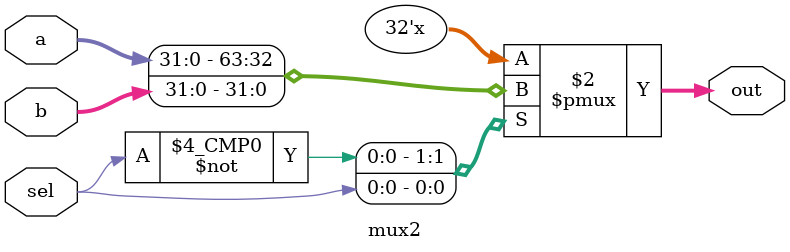
<source format=v>
module mux2 #(parameter WIDTH = 32) (
    input sel,
    input [WIDTH-1:0] a, b,
    output reg [WIDTH-1:0] out
);

always @ (*) begin
    case (sel)
        1'b0: out = a;
        1'b1: out = b;
        default: out = a;
    endcase
end

endmodule

</source>
